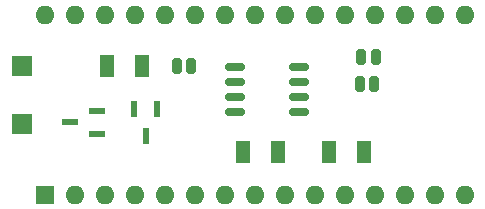
<source format=gbr>
%TF.GenerationSoftware,KiCad,Pcbnew,8.0.0*%
%TF.CreationDate,2024-09-29T18:34:12+03:00*%
%TF.ProjectId,diploma_pcb,6469706c-6f6d-4615-9f70-63622e6b6963,rev?*%
%TF.SameCoordinates,Original*%
%TF.FileFunction,Soldermask,Top*%
%TF.FilePolarity,Negative*%
%FSLAX46Y46*%
G04 Gerber Fmt 4.6, Leading zero omitted, Abs format (unit mm)*
G04 Created by KiCad (PCBNEW 8.0.0) date 2024-09-29 18:34:12*
%MOMM*%
%LPD*%
G01*
G04 APERTURE LIST*
G04 Aperture macros list*
%AMRoundRect*
0 Rectangle with rounded corners*
0 $1 Rounding radius*
0 $2 $3 $4 $5 $6 $7 $8 $9 X,Y pos of 4 corners*
0 Add a 4 corners polygon primitive as box body*
4,1,4,$2,$3,$4,$5,$6,$7,$8,$9,$2,$3,0*
0 Add four circle primitives for the rounded corners*
1,1,$1+$1,$2,$3*
1,1,$1+$1,$4,$5*
1,1,$1+$1,$6,$7*
1,1,$1+$1,$8,$9*
0 Add four rect primitives between the rounded corners*
20,1,$1+$1,$2,$3,$4,$5,0*
20,1,$1+$1,$4,$5,$6,$7,0*
20,1,$1+$1,$6,$7,$8,$9,0*
20,1,$1+$1,$8,$9,$2,$3,0*%
G04 Aperture macros list end*
%ADD10RoundRect,0.167500X-0.642500X-0.167500X0.642500X-0.167500X0.642500X0.167500X-0.642500X0.167500X0*%
%ADD11RoundRect,0.102000X-0.485000X-0.865000X0.485000X-0.865000X0.485000X0.865000X-0.485000X0.865000X0*%
%ADD12RoundRect,0.102000X0.485000X0.865000X-0.485000X0.865000X-0.485000X-0.865000X0.485000X-0.865000X0*%
%ADD13R,1.700000X1.700000*%
%ADD14RoundRect,0.208750X-0.208750X-0.431250X0.208750X-0.431250X0.208750X0.431250X-0.208750X0.431250X0*%
%ADD15R,1.473200X0.558800*%
%ADD16R,0.558800X1.473200*%
%ADD17R,1.600000X1.600000*%
%ADD18O,1.600000X1.600000*%
G04 APERTURE END LIST*
D10*
%TO.C,U2*%
X53950000Y-59095000D03*
X53950000Y-60365000D03*
X53950000Y-61635000D03*
X53950000Y-62905000D03*
X48550000Y-62905000D03*
X48550000Y-61635000D03*
X48550000Y-60365000D03*
X48550000Y-59095000D03*
%TD*%
D11*
%TO.C,R3*%
X56520000Y-66250000D03*
X59480000Y-66250000D03*
%TD*%
D12*
%TO.C,R2*%
X52230000Y-66250000D03*
X49270000Y-66250000D03*
%TD*%
D11*
%TO.C,R1*%
X37770000Y-59000000D03*
X40730000Y-59000000D03*
%TD*%
D13*
%TO.C,J3*%
X30500000Y-63848300D03*
%TD*%
%TO.C,+9V1*%
X30500000Y-59000000D03*
%TD*%
D14*
%TO.C,C104*%
X43622500Y-59000000D03*
X44877500Y-59000000D03*
%TD*%
%TO.C,C226*%
X59122500Y-60500000D03*
X60377500Y-60500000D03*
%TD*%
D15*
%TO.C,Q3*%
X36867600Y-64700001D03*
X36867600Y-62799999D03*
X34632400Y-63750000D03*
%TD*%
D16*
%TO.C,Q1*%
X41000000Y-64867600D03*
X40049999Y-62632400D03*
X41950001Y-62632400D03*
%TD*%
D14*
%TO.C,C6*%
X60500000Y-58250000D03*
X59245000Y-58250000D03*
%TD*%
D17*
%TO.C,A1*%
X32450000Y-69860000D03*
D18*
X34990000Y-69860000D03*
X37530000Y-69860000D03*
X40070000Y-69860000D03*
X42610000Y-69860000D03*
X45150000Y-69860000D03*
X47690000Y-69860000D03*
X50230000Y-69860000D03*
X52770000Y-69860000D03*
X55310000Y-69860000D03*
X57850000Y-69860000D03*
X60390000Y-69860000D03*
X62930000Y-69860000D03*
X65470000Y-69860000D03*
X68010000Y-69860000D03*
X68010000Y-54620000D03*
X65470000Y-54620000D03*
X62930000Y-54620000D03*
X60390000Y-54620000D03*
X57850000Y-54620000D03*
X55310000Y-54620000D03*
X52770000Y-54620000D03*
X50230000Y-54620000D03*
X47690000Y-54620000D03*
X45150000Y-54620000D03*
X42610000Y-54620000D03*
X40070000Y-54620000D03*
X37530000Y-54620000D03*
X34990000Y-54620000D03*
X32450000Y-54620000D03*
%TD*%
M02*

</source>
